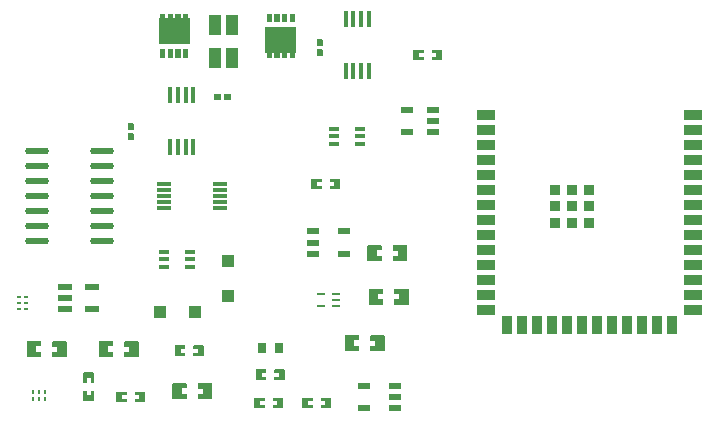
<source format=gtp>
G04 Layer: TopPasteMaskLayer*
G04 EasyEDA v6.5.46, 2025-04-11 15:52:01*
G04 898f7cb4de8248389c9d67f31726504a,899b5eb0d7ee4baeb7bb73a579ea36e5,10*
G04 Gerber Generator version 0.2*
G04 Scale: 100 percent, Rotated: No, Reflected: No *
G04 Dimensions in millimeters *
G04 leading zeros omitted , absolute positions ,4 integer and 5 decimal *
%FSLAX45Y45*%
%MOMM*%

%ADD10R,0.8000X0.9000*%
%ADD11R,1.1000X1.1000*%
%ADD12R,0.2500X0.3500*%
%ADD13R,0.2500X0.4000*%
%ADD14R,0.3500X0.2500*%
%ADD15R,0.4000X0.2500*%
%ADD16R,1.1000X1.7500*%
%ADD17O,0.3800094X1.4500098000000001*%
%ADD18R,0.6800X0.2800*%
%ADD19R,1.1570X0.4900*%
%ADD20R,1.1750X0.4900*%
%ADD21R,1.3000X0.3000*%
%ADD22R,1.5000X0.9000*%
%ADD23R,0.9000X1.5000*%
%ADD24R,0.9000X0.9000*%
%ADD25R,1.0000X0.6000*%
%ADD26R,1.1000X0.6000*%
%ADD27R,0.8500X0.3500*%
%ADD28O,2.0379944X0.5739892*%
%ADD29O,0.0123X0.5739892*%

%LPD*%
G36*
X469493Y-3017113D02*
G01*
X464515Y-3022092D01*
X464515Y-3150108D01*
X469493Y-3155086D01*
X584504Y-3155086D01*
X589483Y-3150108D01*
X589026Y-3108096D01*
X544982Y-3108096D01*
X544982Y-3063087D01*
X589991Y-3063087D01*
X589483Y-3022092D01*
X584504Y-3017113D01*
G37*
G36*
X685495Y-3017113D02*
G01*
X680516Y-3022092D01*
X680974Y-3064103D01*
X725017Y-3064103D01*
X725017Y-3109112D01*
X680008Y-3109112D01*
X680516Y-3150108D01*
X685495Y-3155086D01*
X800506Y-3155086D01*
X805484Y-3150108D01*
X805484Y-3022092D01*
X800506Y-3017113D01*
G37*
G36*
X1701393Y-3372713D02*
G01*
X1696415Y-3377692D01*
X1696415Y-3505708D01*
X1701393Y-3510686D01*
X1816404Y-3510686D01*
X1821383Y-3505708D01*
X1820925Y-3463696D01*
X1776882Y-3463696D01*
X1776882Y-3418687D01*
X1821891Y-3418687D01*
X1821383Y-3377692D01*
X1816404Y-3372713D01*
G37*
G36*
X1917395Y-3372713D02*
G01*
X1912416Y-3377692D01*
X1912874Y-3419703D01*
X1956917Y-3419703D01*
X1956917Y-3464712D01*
X1911908Y-3464712D01*
X1912416Y-3505708D01*
X1917395Y-3510686D01*
X2032406Y-3510686D01*
X2037384Y-3505708D01*
X2037384Y-3377692D01*
X2032406Y-3372713D01*
G37*
G36*
X1079093Y-3017113D02*
G01*
X1074115Y-3022092D01*
X1074115Y-3150108D01*
X1079093Y-3155086D01*
X1194104Y-3155086D01*
X1199083Y-3150108D01*
X1198626Y-3108096D01*
X1154582Y-3108096D01*
X1154582Y-3063087D01*
X1199591Y-3063087D01*
X1199083Y-3022092D01*
X1194104Y-3017113D01*
G37*
G36*
X1295095Y-3017113D02*
G01*
X1290116Y-3022092D01*
X1290574Y-3064103D01*
X1334617Y-3064103D01*
X1334617Y-3109112D01*
X1289608Y-3109112D01*
X1290116Y-3150108D01*
X1295095Y-3155086D01*
X1410106Y-3155086D01*
X1415084Y-3150108D01*
X1415084Y-3022092D01*
X1410106Y-3017113D01*
G37*
G36*
X3568395Y-2204313D02*
G01*
X3563416Y-2209292D01*
X3563874Y-2251303D01*
X3607917Y-2251303D01*
X3607917Y-2296312D01*
X3562908Y-2296312D01*
X3563416Y-2337308D01*
X3568395Y-2342286D01*
X3683406Y-2342286D01*
X3688384Y-2337308D01*
X3688384Y-2209292D01*
X3683406Y-2204313D01*
G37*
G36*
X3352393Y-2204313D02*
G01*
X3347415Y-2209292D01*
X3347415Y-2337308D01*
X3352393Y-2342286D01*
X3467404Y-2342286D01*
X3472383Y-2337308D01*
X3471926Y-2295296D01*
X3427882Y-2295296D01*
X3427882Y-2250287D01*
X3472891Y-2250287D01*
X3472383Y-2209292D01*
X3467404Y-2204313D01*
G37*
G36*
X3377895Y-2966313D02*
G01*
X3372916Y-2971292D01*
X3373374Y-3013303D01*
X3417417Y-3013303D01*
X3417417Y-3058312D01*
X3372408Y-3058312D01*
X3372916Y-3099308D01*
X3377895Y-3104286D01*
X3492906Y-3104286D01*
X3497884Y-3099308D01*
X3497884Y-2971292D01*
X3492906Y-2966313D01*
G37*
G36*
X3161893Y-2966313D02*
G01*
X3156915Y-2971292D01*
X3156915Y-3099308D01*
X3161893Y-3104286D01*
X3276904Y-3104286D01*
X3281883Y-3099308D01*
X3281426Y-3057296D01*
X3237382Y-3057296D01*
X3237382Y-3012287D01*
X3282391Y-3012287D01*
X3281883Y-2971292D01*
X3276904Y-2966313D01*
G37*
G36*
X3581095Y-2572613D02*
G01*
X3576116Y-2577592D01*
X3576574Y-2619603D01*
X3620617Y-2619603D01*
X3620617Y-2664612D01*
X3575608Y-2664612D01*
X3576116Y-2705608D01*
X3581095Y-2710586D01*
X3696106Y-2710586D01*
X3701084Y-2705608D01*
X3701084Y-2577592D01*
X3696106Y-2572613D01*
G37*
G36*
X3365093Y-2572613D02*
G01*
X3360115Y-2577592D01*
X3360115Y-2705608D01*
X3365093Y-2710586D01*
X3480104Y-2710586D01*
X3485083Y-2705608D01*
X3484626Y-2663596D01*
X3440582Y-2663596D01*
X3440582Y-2618587D01*
X3485591Y-2618587D01*
X3485083Y-2577592D01*
X3480104Y-2572613D01*
G37*
G36*
X1594510Y-246786D02*
G01*
X1594510Y-281787D01*
X1584502Y-281787D01*
X1584502Y-501802D01*
X1844497Y-501802D01*
X1844497Y-281787D01*
X1834489Y-281787D01*
X1834489Y-246786D01*
X1789480Y-246786D01*
X1789480Y-281787D01*
X1769516Y-281787D01*
X1769516Y-246786D01*
X1724507Y-246786D01*
X1724507Y-281787D01*
X1704492Y-281787D01*
X1704492Y-246786D01*
X1659483Y-246786D01*
X1659483Y-281787D01*
X1639519Y-281787D01*
X1639519Y-246786D01*
G37*
G36*
X1789480Y-546811D02*
G01*
X1789480Y-616813D01*
X1834489Y-616813D01*
X1834489Y-546811D01*
G37*
G36*
X1594510Y-546811D02*
G01*
X1594510Y-616813D01*
X1639519Y-616813D01*
X1639519Y-546811D01*
G37*
G36*
X1724507Y-546811D02*
G01*
X1724507Y-616813D01*
X1769516Y-616813D01*
X1769516Y-546811D01*
G37*
G36*
X1659483Y-546811D02*
G01*
X1659483Y-616813D01*
X1704492Y-616813D01*
X1704492Y-546811D01*
G37*
G36*
X2486202Y-361797D02*
G01*
X2486202Y-581812D01*
X2496210Y-581812D01*
X2496210Y-616813D01*
X2541219Y-616813D01*
X2541219Y-581812D01*
X2561183Y-581812D01*
X2561183Y-616813D01*
X2606192Y-616813D01*
X2606192Y-581812D01*
X2626207Y-581812D01*
X2626207Y-616813D01*
X2671216Y-616813D01*
X2671216Y-581812D01*
X2691180Y-581812D01*
X2691180Y-616813D01*
X2736189Y-616813D01*
X2736189Y-581812D01*
X2746197Y-581812D01*
X2746197Y-361797D01*
G37*
G36*
X2496210Y-246786D02*
G01*
X2496210Y-316788D01*
X2541219Y-316788D01*
X2541219Y-246786D01*
G37*
G36*
X2691180Y-246786D02*
G01*
X2691180Y-316788D01*
X2736189Y-316788D01*
X2736189Y-246786D01*
G37*
G36*
X2561183Y-246786D02*
G01*
X2561183Y-316788D01*
X2606192Y-316788D01*
X2606192Y-246786D01*
G37*
G36*
X2626207Y-246786D02*
G01*
X2626207Y-316788D01*
X2671216Y-316788D01*
X2671216Y-246786D01*
G37*
G36*
X2138426Y-925474D02*
G01*
X2134412Y-929487D01*
X2134412Y-975512D01*
X2138426Y-979525D01*
X2188464Y-979525D01*
X2192477Y-975512D01*
X2192477Y-929487D01*
X2188464Y-925474D01*
G37*
G36*
X2053336Y-925474D02*
G01*
X2049322Y-929487D01*
X2049322Y-975512D01*
X2053336Y-979525D01*
X2103374Y-979525D01*
X2107387Y-975512D01*
X2107387Y-929487D01*
X2103374Y-925474D01*
G37*
G36*
X1323187Y-1258112D02*
G01*
X1319174Y-1262075D01*
X1319174Y-1312164D01*
X1323187Y-1316177D01*
X1369212Y-1316177D01*
X1373225Y-1312164D01*
X1373225Y-1262075D01*
X1369212Y-1258112D01*
G37*
G36*
X1323187Y-1173022D02*
G01*
X1319174Y-1177036D01*
X1319174Y-1227124D01*
X1323187Y-1231087D01*
X1369212Y-1231087D01*
X1373225Y-1227124D01*
X1373225Y-1177036D01*
X1369212Y-1173022D01*
G37*
G36*
X2923387Y-546912D02*
G01*
X2919374Y-550875D01*
X2919374Y-600964D01*
X2923387Y-604977D01*
X2969412Y-604977D01*
X2973425Y-600964D01*
X2973425Y-550875D01*
X2969412Y-546912D01*
G37*
G36*
X2923387Y-461822D02*
G01*
X2919374Y-465835D01*
X2919374Y-515924D01*
X2923387Y-519887D01*
X2969412Y-519887D01*
X2973425Y-515924D01*
X2973425Y-465835D01*
X2969412Y-461822D01*
G37*
G36*
X2407818Y-3256991D02*
G01*
X2402789Y-3262020D01*
X2402789Y-3341979D01*
X2407818Y-3347008D01*
X2487777Y-3347008D01*
X2492806Y-3341979D01*
X2492806Y-3319221D01*
X2455824Y-3319221D01*
X2455824Y-3286201D01*
X2492806Y-3286201D01*
X2492806Y-3262020D01*
X2487777Y-3256991D01*
G37*
G36*
X2566822Y-3256991D02*
G01*
X2561793Y-3262020D01*
X2561793Y-3284778D01*
X2598775Y-3284778D01*
X2598775Y-3317798D01*
X2561793Y-3317798D01*
X2561793Y-3341979D01*
X2566822Y-3347008D01*
X2646781Y-3347008D01*
X2651810Y-3341979D01*
X2651810Y-3262020D01*
X2646781Y-3256991D01*
G37*
G36*
X2554122Y-3498291D02*
G01*
X2549093Y-3503320D01*
X2549093Y-3526078D01*
X2586075Y-3526078D01*
X2586075Y-3559098D01*
X2549093Y-3559098D01*
X2549093Y-3583279D01*
X2554122Y-3588308D01*
X2634081Y-3588308D01*
X2639110Y-3583279D01*
X2639110Y-3503320D01*
X2634081Y-3498291D01*
G37*
G36*
X2395118Y-3498291D02*
G01*
X2390089Y-3503320D01*
X2390089Y-3583279D01*
X2395118Y-3588308D01*
X2475077Y-3588308D01*
X2480106Y-3583279D01*
X2480106Y-3560521D01*
X2443124Y-3560521D01*
X2443124Y-3527501D01*
X2480106Y-3527501D01*
X2480106Y-3503320D01*
X2475077Y-3498291D01*
G37*
G36*
X3900322Y-551891D02*
G01*
X3895293Y-556920D01*
X3895293Y-579678D01*
X3932275Y-579678D01*
X3932275Y-612698D01*
X3895293Y-612698D01*
X3895293Y-636879D01*
X3900322Y-641908D01*
X3980281Y-641908D01*
X3985310Y-636879D01*
X3985310Y-556920D01*
X3980281Y-551891D01*
G37*
G36*
X3741318Y-551891D02*
G01*
X3736289Y-556920D01*
X3736289Y-636879D01*
X3741318Y-641908D01*
X3821277Y-641908D01*
X3826306Y-636879D01*
X3826306Y-614121D01*
X3789324Y-614121D01*
X3789324Y-581101D01*
X3826306Y-581101D01*
X3826306Y-556920D01*
X3821277Y-551891D01*
G37*
G36*
X1881022Y-3053791D02*
G01*
X1875993Y-3058820D01*
X1875993Y-3081578D01*
X1913026Y-3081578D01*
X1913026Y-3114598D01*
X1875993Y-3114598D01*
X1875993Y-3138779D01*
X1881022Y-3143808D01*
X1960981Y-3143808D01*
X1966010Y-3138779D01*
X1966010Y-3058820D01*
X1960981Y-3053791D01*
G37*
G36*
X1722018Y-3053791D02*
G01*
X1716989Y-3058820D01*
X1716989Y-3138779D01*
X1722018Y-3143808D01*
X1801977Y-3143808D01*
X1807006Y-3138779D01*
X1807006Y-3116021D01*
X1769973Y-3116021D01*
X1769973Y-3083001D01*
X1807006Y-3083001D01*
X1807006Y-3058820D01*
X1801977Y-3053791D01*
G37*
G36*
X1385722Y-3447491D02*
G01*
X1380693Y-3452520D01*
X1380693Y-3475278D01*
X1417726Y-3475278D01*
X1417726Y-3508298D01*
X1380693Y-3508298D01*
X1380693Y-3532479D01*
X1385722Y-3537508D01*
X1465681Y-3537508D01*
X1470710Y-3532479D01*
X1470710Y-3452520D01*
X1465681Y-3447491D01*
G37*
G36*
X1226718Y-3447491D02*
G01*
X1221689Y-3452520D01*
X1221689Y-3532479D01*
X1226718Y-3537508D01*
X1306677Y-3537508D01*
X1311706Y-3532479D01*
X1311706Y-3509721D01*
X1274673Y-3509721D01*
X1274673Y-3476701D01*
X1311706Y-3476701D01*
X1311706Y-3452520D01*
X1306677Y-3447491D01*
G37*
G36*
X950620Y-3279089D02*
G01*
X945591Y-3284118D01*
X945591Y-3364077D01*
X950620Y-3369106D01*
X973378Y-3369106D01*
X973378Y-3332073D01*
X1006398Y-3332073D01*
X1006398Y-3369106D01*
X1030579Y-3369106D01*
X1035608Y-3364077D01*
X1035608Y-3284118D01*
X1030579Y-3279089D01*
G37*
G36*
X950620Y-3438093D02*
G01*
X945591Y-3443122D01*
X945591Y-3523081D01*
X950620Y-3528110D01*
X1030579Y-3528110D01*
X1035608Y-3523081D01*
X1035608Y-3443122D01*
X1030579Y-3438093D01*
X1007821Y-3438093D01*
X1007821Y-3475126D01*
X974801Y-3475126D01*
X974801Y-3438093D01*
G37*
G36*
X2960522Y-3498291D02*
G01*
X2955493Y-3503320D01*
X2955493Y-3526078D01*
X2992475Y-3526078D01*
X2992475Y-3559098D01*
X2955493Y-3559098D01*
X2955493Y-3583279D01*
X2960522Y-3588308D01*
X3040481Y-3588308D01*
X3045510Y-3583279D01*
X3045510Y-3503320D01*
X3040481Y-3498291D01*
G37*
G36*
X2801518Y-3498291D02*
G01*
X2796489Y-3503320D01*
X2796489Y-3583279D01*
X2801518Y-3588308D01*
X2881477Y-3588308D01*
X2886506Y-3583279D01*
X2886506Y-3560521D01*
X2849524Y-3560521D01*
X2849524Y-3527501D01*
X2886506Y-3527501D01*
X2886506Y-3503320D01*
X2881477Y-3498291D01*
G37*
G36*
X2877718Y-1644091D02*
G01*
X2872689Y-1649120D01*
X2872689Y-1729079D01*
X2877718Y-1734108D01*
X2957677Y-1734108D01*
X2962706Y-1729079D01*
X2962706Y-1706321D01*
X2925724Y-1706321D01*
X2925724Y-1673301D01*
X2962706Y-1673301D01*
X2962706Y-1649120D01*
X2957677Y-1644091D01*
G37*
G36*
X3036722Y-1644091D02*
G01*
X3031693Y-1649120D01*
X3031693Y-1671878D01*
X3068675Y-1671878D01*
X3068675Y-1704898D01*
X3031693Y-1704898D01*
X3031693Y-1729079D01*
X3036722Y-1734108D01*
X3116681Y-1734108D01*
X3121710Y-1729079D01*
X3121710Y-1649120D01*
X3116681Y-1644091D01*
G37*
D10*
G01*
X2597302Y-3073400D03*
G01*
X2457297Y-3073400D03*
D11*
G01*
X1589912Y-2768600D03*
G01*
X1889912Y-2768600D03*
G01*
X2171700Y-2639212D03*
G01*
X2171700Y-2339212D03*
D12*
G01*
X621512Y-3509822D03*
G01*
X571525Y-3509822D03*
G01*
X521512Y-3509822D03*
G01*
X521512Y-3449802D03*
G01*
X571525Y-3449802D03*
D13*
G01*
X621512Y-3449802D03*
D14*
G01*
X401777Y-2742412D03*
G01*
X401777Y-2692425D03*
G01*
X401777Y-2642412D03*
G01*
X461797Y-2642412D03*
G01*
X461797Y-2692425D03*
D15*
G01*
X461797Y-2742412D03*
D16*
G01*
X2203602Y-345109D03*
G01*
X2063597Y-345109D03*
G01*
X2063597Y-620090D03*
G01*
X2203602Y-620090D03*
D17*
G01*
X1680489Y-1375689D03*
G01*
X1745513Y-1375689D03*
G01*
X1810512Y-1375689D03*
G01*
X1875510Y-1375689D03*
G01*
X1680489Y-935710D03*
G01*
X1745513Y-935710D03*
G01*
X1810512Y-935710D03*
G01*
X1875510Y-935710D03*
G01*
X3166389Y-727989D03*
G01*
X3231413Y-727989D03*
G01*
X3296411Y-727989D03*
G01*
X3361410Y-727989D03*
G01*
X3166389Y-288010D03*
G01*
X3231413Y-288010D03*
G01*
X3296411Y-288010D03*
G01*
X3361410Y-288010D03*
D18*
G01*
X2958591Y-2717012D03*
G01*
X2958591Y-2617012D03*
G01*
X3086608Y-2617012D03*
G01*
X3086608Y-2667025D03*
G01*
X3086608Y-2717012D03*
D19*
G01*
X786333Y-2559304D03*
G01*
X786333Y-2654300D03*
G01*
X786333Y-2749295D03*
D20*
G01*
X1017066Y-2749295D03*
G01*
X1017066Y-2559304D03*
D21*
G01*
X2101900Y-1890699D03*
G01*
X2101900Y-1840712D03*
G01*
X2101900Y-1790725D03*
G01*
X2101900Y-1740712D03*
G01*
X2101900Y-1690700D03*
G01*
X1631899Y-1690725D03*
G01*
X1631899Y-1740712D03*
G01*
X1631899Y-1790700D03*
G01*
X1631899Y-1840712D03*
G01*
X1631899Y-1890725D03*
D22*
G01*
X4357395Y-1104392D03*
G01*
X4357395Y-1231392D03*
G01*
X4357395Y-1358392D03*
G01*
X4357395Y-1485392D03*
G01*
X4357395Y-1612392D03*
G01*
X4357395Y-1739392D03*
G01*
X4357395Y-1866392D03*
G01*
X4357395Y-1993392D03*
G01*
X4357395Y-2120392D03*
G01*
X4357395Y-2247392D03*
G01*
X4357395Y-2374392D03*
G01*
X4357395Y-2501392D03*
G01*
X4357395Y-2628392D03*
G01*
X4357395Y-2755392D03*
D23*
G01*
X4533900Y-2883407D03*
G01*
X4660900Y-2883407D03*
G01*
X4787900Y-2883407D03*
G01*
X4914900Y-2883407D03*
G01*
X5041900Y-2883407D03*
G01*
X5168900Y-2883407D03*
G01*
X5295900Y-2883407D03*
G01*
X5422900Y-2883407D03*
G01*
X5549900Y-2883407D03*
G01*
X5676900Y-2883407D03*
G01*
X5803900Y-2883407D03*
G01*
X5930900Y-2880410D03*
D22*
G01*
X6107404Y-2755392D03*
G01*
X6107404Y-2628392D03*
G01*
X6107404Y-2501392D03*
G01*
X6107404Y-2374392D03*
G01*
X6107404Y-2247392D03*
G01*
X6107404Y-2120392D03*
G01*
X6107404Y-1993392D03*
G01*
X6107404Y-1866392D03*
G01*
X6107404Y-1739392D03*
G01*
X6107404Y-1612392D03*
G01*
X6107404Y-1485392D03*
G01*
X6107404Y-1358392D03*
G01*
X6107404Y-1231392D03*
G01*
X6107404Y-1104392D03*
D24*
G01*
X5222392Y-2016404D03*
G01*
X5082387Y-2016429D03*
G01*
X4942382Y-2016404D03*
G01*
X4942382Y-1736420D03*
G01*
X5082387Y-1736420D03*
G01*
X5222392Y-1736420D03*
G01*
X5222392Y-1876425D03*
G01*
X4942382Y-1876425D03*
G01*
X5082387Y-1876425D03*
D25*
G01*
X3907307Y-1155700D03*
G01*
X3907307Y-1060704D03*
G01*
X3907307Y-1250695D03*
G01*
X3687292Y-1060704D03*
G01*
X3687292Y-1250695D03*
D26*
G01*
X3324377Y-3587495D03*
G01*
X3324377Y-3397504D03*
G01*
X3584422Y-3397504D03*
G01*
X3584422Y-3492500D03*
G01*
X3584422Y-3587495D03*
D27*
G01*
X1849907Y-2389098D03*
G01*
X1849907Y-2324100D03*
G01*
X1849907Y-2259101D03*
G01*
X1629892Y-2259101D03*
G01*
X1629892Y-2324100D03*
G01*
X1629892Y-2389098D03*
G01*
X3064992Y-1217701D03*
G01*
X3064992Y-1282700D03*
G01*
X3064992Y-1347698D03*
G01*
X3285007Y-1347698D03*
G01*
X3285007Y-1282700D03*
G01*
X3285007Y-1217701D03*
D26*
G01*
X3152597Y-2089404D03*
G01*
X3152597Y-2279395D03*
G01*
X2892602Y-2089404D03*
G01*
X2892602Y-2279395D03*
G01*
X2892602Y-2184400D03*
D28*
G01*
X548589Y-1409700D03*
G01*
X548589Y-1536700D03*
G01*
X548589Y-1663700D03*
G01*
X548589Y-1790700D03*
G01*
X548589Y-1917700D03*
G01*
X548589Y-2044700D03*
G01*
X548589Y-2171700D03*
G01*
X1102410Y-1409700D03*
G01*
X1102410Y-1536700D03*
G01*
X1102410Y-1663700D03*
G01*
X1102410Y-1790700D03*
G01*
X1102410Y-1917700D03*
G01*
X1102410Y-2044700D03*
G01*
X1102410Y-2171700D03*
M02*

</source>
